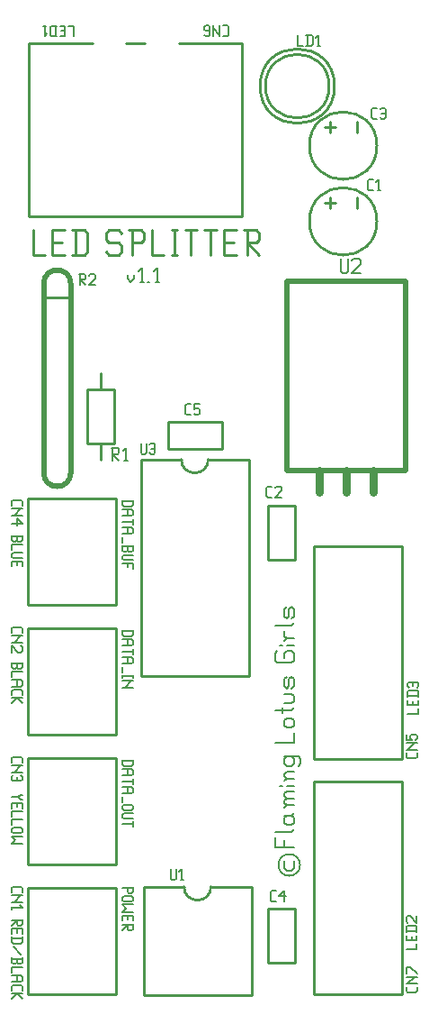
<source format=gbr>
G04 start of page 7 for group -4079 idx -4079 *
G04 Title: (unknown), topsilk *
G04 Creator: pcb 1.99x *
G04 CreationDate: Sun Mar 21 05:59:03 2010 UTC *
G04 For: davidellsworth *
G04 Format: Gerber/RS-274X *
G04 PCB-Dimensions: 155000 370000 *
G04 PCB-Coordinate-Origin: lower left *
%MOIN*%
%FSLAX24Y24*%
%LNFRONTSILK*%
%ADD12C,0.0200*%
%ADD29C,0.0300*%
%ADD49C,0.0070*%
%ADD50C,0.0080*%
%ADD51C,0.0091*%
%ADD52C,0.0100*%
G54D49*X10100Y5700D02*G75*G03X10100Y5700I400J0D01*G01*
G54D50*X2500Y36730D02*Y36346D01*
X2308Y36730D02*X2500D01*
X2048Y36538D02*X2192D01*
X2000Y36730D02*X2192D01*
Y36346D01*
X2000D02*X2192D01*
X1837Y36730D02*Y36346D01*
X1693D02*X1645Y36394D01*
Y36682D02*Y36394D01*
X1693Y36730D02*X1645Y36682D01*
X1693Y36730D02*X1885D01*
X1693Y36346D02*X1885D01*
X1386Y36730D02*X1482D01*
X1434D02*Y36346D01*
X1530Y36442D02*X1434Y36346D01*
X604Y3700D02*Y3508D01*
X556Y3460D01*
X460D02*X556D01*
X412Y3508D02*X460Y3460D01*
X412Y3652D02*Y3508D01*
X220Y3652D02*X604D01*
X412D02*X220Y3460D01*
X412Y3344D02*Y3200D01*
X220Y3344D02*Y3152D01*
Y3344D02*X604D01*
Y3152D01*
X220Y2989D02*X604D01*
Y2845D02*X556Y2797D01*
X268D02*X556D01*
X220Y2845D02*X268Y2797D01*
X220Y3037D02*Y2845D01*
X604Y3037D02*Y2845D01*
X268Y2682D02*X556Y2394D01*
X220Y2278D02*Y2086D01*
X268Y2038D01*
X364D01*
X412Y2086D02*X364Y2038D01*
X412Y2230D02*Y2086D01*
X220Y2230D02*X604D01*
Y2278D02*Y2086D01*
X556Y2038D01*
X460D02*X556D01*
X412Y2086D02*X460Y2038D01*
X220Y1923D02*X604D01*
X220D02*Y1731D01*
Y1616D02*X556D01*
X604Y1568D01*
Y1424D01*
X556Y1376D01*
X220D02*X556D01*
X412Y1616D02*Y1376D01*
X220Y1213D02*Y1069D01*
X268Y1261D02*X220Y1213D01*
X268Y1261D02*X556D01*
X604Y1213D01*
Y1069D01*
X220Y953D02*X604D01*
X412D02*X604Y761D01*
X412Y953D02*X220Y761D01*
X556Y8300D02*X604D01*
X556D02*X460Y8204D01*
X556Y8108D01*
X604D01*
X220Y8204D02*X460D01*
X412Y7992D02*Y7848D01*
X220Y7992D02*Y7800D01*
Y7992D02*X604D01*
Y7800D01*
X220Y7685D02*X604D01*
X220D02*Y7493D01*
Y7378D02*X604D01*
X220D02*Y7186D01*
X268Y7070D02*X556D01*
X604Y7022D01*
Y6926D01*
X556Y6878D01*
X268D02*X556D01*
X220Y6926D02*X268Y6878D01*
X220Y7022D02*Y6926D01*
X268Y7070D02*X220Y7022D01*
Y6763D02*X604D01*
X220D02*X364Y6619D01*
X220Y6475D01*
X604D01*
X220Y17900D02*Y17708D01*
X268Y17660D01*
X364D01*
X412Y17708D02*X364Y17660D01*
X412Y17852D02*Y17708D01*
X220Y17852D02*X604D01*
Y17900D02*Y17708D01*
X556Y17660D01*
X460D02*X556D01*
X412Y17708D02*X460Y17660D01*
X220Y17544D02*X604D01*
X220D02*Y17352D01*
X268Y17237D02*X604D01*
X268D02*X220Y17189D01*
Y17093D01*
X268Y17045D01*
X604D01*
X412Y16930D02*Y16786D01*
X220Y16930D02*Y16738D01*
Y16930D02*X604D01*
Y16738D01*
X220Y13200D02*Y13008D01*
X268Y12960D01*
X364D01*
X412Y13008D02*X364Y12960D01*
X412Y13152D02*Y13008D01*
X220Y13152D02*X604D01*
Y13200D02*Y13008D01*
X556Y12960D01*
X460D02*X556D01*
X412Y13008D02*X460Y12960D01*
X220Y12844D02*X604D01*
X220D02*Y12652D01*
Y12537D02*X556D01*
X604Y12489D01*
Y12345D01*
X556Y12297D01*
X220D02*X556D01*
X412Y12537D02*Y12297D01*
X220Y12134D02*Y11990D01*
X268Y12182D02*X220Y12134D01*
X268Y12182D02*X556D01*
X604Y12134D01*
Y11990D01*
X220Y11874D02*X604D01*
X412D02*X604Y11682D01*
X412Y11874D02*X220Y11682D01*
G54D51*X1000Y29172D02*Y28260D01*
X1456D01*
X1729Y28716D02*X2071D01*
X1729Y28260D02*X2185D01*
X1729Y29172D02*Y28260D01*
Y29172D02*X2185D01*
X2573D02*Y28260D01*
X2915Y29172D02*X3029Y29058D01*
Y28374D01*
X2915Y28260D02*X3029Y28374D01*
X2459Y28260D02*X2915D01*
X2459Y29172D02*X2915D01*
X4169D02*X4283Y29058D01*
X3827Y29172D02*X4169D01*
X3713Y29058D02*X3827Y29172D01*
X3713Y29058D02*Y28830D01*
X3827Y28716D01*
X4169D01*
X4283Y28602D01*
Y28374D01*
X4169Y28260D02*X4283Y28374D01*
X3827Y28260D02*X4169D01*
X3713Y28374D02*X3827Y28260D01*
X4671Y29172D02*Y28260D01*
X4557Y29172D02*X5013D01*
X5127Y29058D01*
Y28830D01*
X5013Y28716D02*X5127Y28830D01*
X4671Y28716D02*X5013D01*
X5401Y29172D02*Y28260D01*
X5857D01*
X6131Y29172D02*X6359D01*
X6245D02*Y28260D01*
X6131D02*X6359D01*
X6633Y29172D02*X7089D01*
X6861D02*Y28260D01*
X7363Y29172D02*X7819D01*
X7591D02*Y28260D01*
X8092Y28716D02*X8434D01*
X8092Y28260D02*X8548D01*
X8092Y29172D02*Y28260D01*
Y29172D02*X8548D01*
X8822D02*X9278D01*
X9392Y29058D01*
Y28830D01*
X9278Y28716D02*X9392Y28830D01*
X8936Y28716D02*X9278D01*
X8936Y29172D02*Y28260D01*
Y28716D02*X9392Y28260D01*
G54D50*X4500Y27513D02*Y27384D01*
X4629Y27255D01*
X4758Y27384D01*
Y27513D02*Y27384D01*
X4977Y27255D02*X5106D01*
X5041Y27771D02*Y27255D01*
X4912Y27642D02*X5041Y27771D01*
X5261Y27255D02*X5325D01*
X5545D02*X5674D01*
X5609Y27771D02*Y27255D01*
X5480Y27642D02*X5609Y27771D01*
X14846Y2600D02*X15230D01*
Y2792D02*Y2600D01*
X15038Y3051D02*Y2907D01*
X15230Y3099D02*Y2907D01*
X14846D02*X15230D01*
X14846Y3099D02*Y2907D01*
Y3262D02*X15230D01*
X14846Y3406D02*X14894Y3454D01*
X15182D01*
X15230Y3406D02*X15182Y3454D01*
X15230Y3406D02*Y3214D01*
X14846Y3406D02*Y3214D01*
X14894Y3569D02*X14846Y3617D01*
Y3761D02*Y3617D01*
Y3761D02*X14894Y3809D01*
X14990D01*
X15230Y3569D02*X14990Y3809D01*
X15230D02*Y3569D01*
X14896Y11300D02*X15280D01*
Y11492D02*Y11300D01*
X15088Y11751D02*Y11607D01*
X15280Y11799D02*Y11607D01*
X14896D02*X15280D01*
X14896Y11799D02*Y11607D01*
Y11962D02*X15280D01*
X14896Y12106D02*X14944Y12154D01*
X15232D01*
X15280Y12106D02*X15232Y12154D01*
X15280Y12106D02*Y11914D01*
X14896Y12106D02*Y11914D01*
X14944Y12269D02*X14896Y12317D01*
Y12413D02*Y12317D01*
Y12413D02*X14944Y12461D01*
X15232D01*
X15280Y12413D02*X15232Y12461D01*
X15280Y12413D02*Y12317D01*
X15232Y12269D02*X15280Y12317D01*
X15088Y12461D02*Y12317D01*
X4320Y4852D02*X4704D01*
Y4900D02*Y4708D01*
X4656Y4660D01*
X4560D02*X4656D01*
X4512Y4708D02*X4560Y4660D01*
X4512Y4852D02*Y4708D01*
X4368Y4544D02*X4656D01*
X4704Y4496D01*
Y4400D01*
X4656Y4352D01*
X4368D02*X4656D01*
X4320Y4400D02*X4368Y4352D01*
X4320Y4496D02*Y4400D01*
X4368Y4544D02*X4320Y4496D01*
Y4237D02*X4704D01*
X4320D02*X4464Y4093D01*
X4320Y3949D01*
X4704D01*
X4512Y3834D02*Y3690D01*
X4320Y3834D02*Y3642D01*
Y3834D02*X4704D01*
Y3642D01*
Y3526D02*Y3334D01*
X4656Y3286D01*
X4560D02*X4656D01*
X4512Y3334D02*X4560Y3286D01*
X4512Y3478D02*Y3334D01*
X4320Y3478D02*X4704D01*
X4512D02*X4320Y3286D01*
X10319Y5846D02*Y5586D01*
X10405Y5500D02*X10319Y5586D01*
X10405Y5500D02*X10578D01*
X10665Y5586D01*
Y5846D02*Y5586D01*
X9973Y6365D02*X10665D01*
X9973Y6711D02*Y6365D01*
X10319Y6624D02*Y6365D01*
X9973Y6918D02*X10578D01*
X10665Y7005D01*
X10319Y7438D02*X10405Y7524D01*
X10319Y7438D02*Y7265D01*
X10405Y7178D02*X10319Y7265D01*
X10405Y7178D02*X10578D01*
X10665Y7265D01*
X10319Y7524D02*X10578D01*
X10665Y7611D01*
Y7438D02*Y7265D01*
Y7438D02*X10578Y7524D01*
X10405Y7905D02*X10665D01*
X10405D02*X10319Y7991D01*
Y8078D02*Y7991D01*
Y8078D02*X10405Y8164D01*
X10665D01*
X10405D02*X10319Y8251D01*
Y8337D02*Y8251D01*
Y8337D02*X10405Y8424D01*
X10665D01*
X10319Y7818D02*X10405Y7905D01*
X10146Y8632D02*X10232D01*
X10405D02*X10665D01*
X10405Y8891D02*X10665D01*
X10405D02*X10319Y8978D01*
Y9064D02*Y8978D01*
Y9064D02*X10405Y9151D01*
X10665D01*
X10319Y8805D02*X10405Y8891D01*
X10319Y9618D02*X10405Y9705D01*
X10319Y9618D02*Y9445D01*
X10405Y9359D02*X10319Y9445D01*
X10405Y9359D02*X10578D01*
X10665Y9445D01*
Y9618D02*Y9445D01*
Y9618D02*X10578Y9705D01*
X10838Y9359D02*X10924Y9445D01*
Y9618D02*Y9445D01*
Y9618D02*X10838Y9705D01*
X10319D02*X10838D01*
X9973Y10224D02*X10665D01*
Y10570D02*Y10224D01*
X10405Y10778D02*X10578D01*
X10405D02*X10319Y10864D01*
Y11037D02*Y10864D01*
Y11037D02*X10405Y11124D01*
X10578D01*
X10665Y11037D02*X10578Y11124D01*
X10665Y11037D02*Y10864D01*
X10578Y10778D02*X10665Y10864D01*
X9973Y11418D02*X10578D01*
X10665Y11504D01*
X10232D02*Y11331D01*
X10319Y11678D02*X10578D01*
X10665Y11764D01*
Y11937D02*Y11764D01*
Y11937D02*X10578Y12024D01*
X10319D02*X10578D01*
X10665Y12577D02*Y12318D01*
Y12577D02*X10578Y12664D01*
X10492Y12577D02*X10578Y12664D01*
X10492Y12577D02*Y12318D01*
X10405Y12231D02*X10492Y12318D01*
X10405Y12231D02*X10319Y12318D01*
Y12577D02*Y12318D01*
Y12577D02*X10405Y12664D01*
X10578Y12231D02*X10665Y12318D01*
X9973Y13529D02*X10059Y13615D01*
X9973Y13529D02*Y13269D01*
X10059Y13183D02*X9973Y13269D01*
X10059Y13183D02*X10578D01*
X10665Y13269D01*
Y13529D02*Y13269D01*
Y13529D02*X10578Y13615D01*
X10405D02*X10578D01*
X10319Y13529D02*X10405Y13615D01*
X10319Y13529D02*Y13356D01*
X10146Y13823D02*X10232D01*
X10405D02*X10665D01*
X10405Y14083D02*X10665D01*
X10405D02*X10319Y14169D01*
Y14342D02*Y14169D01*
Y13996D02*X10405Y14083D01*
X9973Y14550D02*X10578D01*
X10665Y14637D01*
Y15156D02*Y14896D01*
Y15156D02*X10578Y15242D01*
X10492Y15156D02*X10578Y15242D01*
X10492Y15156D02*Y14896D01*
X10405Y14810D02*X10492Y14896D01*
X10405Y14810D02*X10319Y14896D01*
Y15156D02*Y14896D01*
Y15156D02*X10405Y15242D01*
X10578Y14810D02*X10665Y14896D01*
X4320Y4852D02*X4704D01*
Y4900D02*Y4708D01*
X4656Y4660D01*
X4560D02*X4656D01*
X4512Y4708D02*X4560Y4660D01*
X4512Y4852D02*Y4708D01*
X4368Y4544D02*X4656D01*
X4704Y4496D01*
Y4400D01*
X4656Y4352D01*
X4368D02*X4656D01*
X4320Y4400D02*X4368Y4352D01*
X4320Y4496D02*Y4400D01*
X4368Y4544D02*X4320Y4496D01*
Y4237D02*X4704D01*
X4320D02*X4464Y4093D01*
X4320Y3949D01*
X4704D01*
X4512Y3834D02*Y3690D01*
X4320Y3834D02*Y3642D01*
Y3834D02*X4704D01*
Y3642D01*
Y3526D02*Y3334D01*
X4656Y3286D01*
X4560D02*X4656D01*
X4512Y3334D02*X4560Y3286D01*
X4512Y3478D02*Y3334D01*
X4320Y3478D02*X4704D01*
X4512D02*X4320Y3286D01*
Y9552D02*X4704D01*
Y9408D02*X4656Y9360D01*
X4368D02*X4656D01*
X4320Y9408D02*X4368Y9360D01*
X4320Y9600D02*Y9408D01*
X4704Y9600D02*Y9408D01*
X4320Y9244D02*X4656D01*
X4704Y9196D01*
Y9052D01*
X4656Y9004D01*
X4320D02*X4656D01*
X4512Y9244D02*Y9004D01*
X4704Y8889D02*Y8697D01*
X4320Y8793D02*X4704D01*
X4320Y8582D02*X4656D01*
X4704Y8534D01*
Y8390D01*
X4656Y8342D01*
X4320D02*X4656D01*
X4512Y8582D02*Y8342D01*
X4320Y8226D02*Y8034D01*
X4368Y7919D02*X4656D01*
X4704Y7871D01*
Y7775D01*
X4656Y7727D01*
X4368D02*X4656D01*
X4320Y7775D02*X4368Y7727D01*
X4320Y7871D02*Y7775D01*
X4368Y7919D02*X4320Y7871D01*
X4368Y7612D02*X4704D01*
X4368D02*X4320Y7564D01*
Y7468D01*
X4368Y7420D01*
X4704D01*
Y7305D02*Y7113D01*
X4320Y7209D02*X4704D01*
X4320Y14352D02*X4704D01*
Y14208D02*X4656Y14160D01*
X4368D02*X4656D01*
X4320Y14208D02*X4368Y14160D01*
X4320Y14400D02*Y14208D01*
X4704Y14400D02*Y14208D01*
X4320Y14044D02*X4656D01*
X4704Y13996D01*
Y13852D01*
X4656Y13804D01*
X4320D02*X4656D01*
X4512Y14044D02*Y13804D01*
X4704Y13689D02*Y13497D01*
X4320Y13593D02*X4704D01*
X4320Y13382D02*X4656D01*
X4704Y13334D01*
Y13190D01*
X4656Y13142D01*
X4320D02*X4656D01*
X4512Y13382D02*Y13142D01*
X4320Y13026D02*Y12834D01*
X4704Y12719D02*Y12623D01*
X4320Y12671D02*X4704D01*
X4320Y12719D02*Y12623D01*
Y12508D02*X4704D01*
X4656D02*X4704D01*
X4656D02*X4416Y12268D01*
X4320D02*X4704D01*
X4320Y19152D02*X4704D01*
Y19008D02*X4656Y18960D01*
X4368D02*X4656D01*
X4320Y19008D02*X4368Y18960D01*
X4320Y19200D02*Y19008D01*
X4704Y19200D02*Y19008D01*
X4320Y18844D02*X4656D01*
X4704Y18796D01*
Y18652D01*
X4656Y18604D01*
X4320D02*X4656D01*
X4512Y18844D02*Y18604D01*
X4704Y18489D02*Y18297D01*
X4320Y18393D02*X4704D01*
X4320Y18182D02*X4656D01*
X4704Y18134D01*
Y17990D01*
X4656Y17942D01*
X4320D02*X4656D01*
X4512Y18182D02*Y17942D01*
X4320Y17826D02*Y17634D01*
Y17519D02*Y17327D01*
X4368Y17279D01*
X4464D01*
X4512Y17327D02*X4464Y17279D01*
X4512Y17471D02*Y17327D01*
X4320Y17471D02*X4704D01*
Y17519D02*Y17327D01*
X4656Y17279D01*
X4560D02*X4656D01*
X4512Y17327D02*X4560Y17279D01*
X4368Y17164D02*X4704D01*
X4368D02*X4320Y17116D01*
Y17020D01*
X4368Y16972D01*
X4704D01*
X4320Y16857D02*X4704D01*
Y16665D01*
X4512Y16857D02*Y16713D01*
G54D52*X807Y19252D02*Y15315D01*
Y19252D02*X4074D01*
Y15315D01*
X807D02*X4074D01*
X807Y14452D02*Y10515D01*
Y14452D02*X4074D01*
Y10515D01*
X807D02*X4074D01*
X807Y9652D02*Y5715D01*
Y9652D02*X4074D01*
Y5715D01*
X807D02*X4074D01*
X7600Y4900D02*X9100D01*
X5100D02*X6600D01*
X9100Y900D02*Y4900D01*
X5100Y900D02*X9100D01*
X5100Y4900D02*Y900D01*
X6600Y4900D02*G75*G03X7600Y4900I500J0D01*G01*
X9700Y4100D02*X10700D01*
X9700Y2100D02*X10700D01*
Y4100D02*Y2100D01*
X9700Y4100D02*Y2100D01*
X807Y4852D02*Y915D01*
Y4852D02*X4074D01*
Y915D01*
X807D02*X4074D01*
X14692Y17484D02*Y9610D01*
X11425D02*X14692D01*
X11425Y17484D02*Y9610D01*
Y17484D02*X14692D01*
Y8784D02*Y910D01*
X11425D02*X14692D01*
X11425Y8784D02*Y910D01*
Y8784D02*X14692D01*
X7500Y20700D02*X9000D01*
X5000D02*X6500D01*
X9000Y12700D02*Y20700D01*
X5000Y12700D02*X9000D01*
X5000Y20700D02*Y12700D01*
X6500Y20700D02*G75*G03X7500Y20700I500J0D01*G01*
X11800Y30200D02*X12200D01*
X12000Y30400D02*Y30000D01*
X13000Y30400D02*Y30000D01*
X11250Y29500D02*G75*G03X11250Y29500I1250J0D01*G01*
X9700Y17000D02*X10700D01*
X9700Y19000D02*X10700D01*
X9700D02*Y17000D01*
X10700Y19000D02*Y17000D01*
G54D12*X10400Y27300D02*X14800D01*
X10400D02*Y20300D01*
X14800Y27300D02*Y20300D01*
X10400D02*X14800D01*
G54D29*X13600D02*Y19500D01*
X12600Y20300D02*Y19500D01*
X11600Y20300D02*Y19500D01*
G54D52*X863Y36100D02*X3200D01*
X6400D02*X8737D01*
X4450D02*X5150D01*
X863Y29700D02*X8737D01*
X863Y36100D02*Y29700D01*
X8737Y36100D02*Y29700D01*
X3500Y23900D02*Y23300D01*
Y21300D02*Y20700D01*
X3000Y21300D02*X4000D01*
Y23300D02*Y21300D01*
X3000Y23300D02*X4000D01*
X3000D02*Y21300D01*
G54D12*X1400Y27200D02*Y20200D01*
X2400Y27200D02*Y20200D01*
G54D52*X1400Y26700D02*X2400D01*
G54D12*Y27200D02*G75*G03X1400Y27200I-500J0D01*G01*
Y20200D02*G75*G03X2400Y20200I500J0D01*G01*
G54D52*X11800Y33000D02*X12200D01*
X12000Y33200D02*Y32800D01*
X13000Y33200D02*Y32800D01*
X11250Y32300D02*G75*G03X11250Y32300I1250J0D01*G01*
X8000Y22100D02*Y21100D01*
X6000Y22100D02*Y21100D01*
X8000D01*
X6000Y22100D02*X8000D01*
X9420Y34500D02*G75*G03X9420Y34500I1380J0D01*G01*
X9620D02*G75*G03X9620Y34500I1180J0D01*G01*
G54D50*X200Y19150D02*Y19000D01*
X250Y19200D02*X200Y19150D01*
X250Y19200D02*X550D01*
X600Y19150D01*
Y19000D01*
X200Y18879D02*X600D01*
X550D02*X600D01*
X550D02*X300Y18629D01*
X200D02*X600D01*
X400Y18509D02*X600Y18309D01*
X400Y18509D02*Y18259D01*
X200Y18309D02*X600D01*
X200Y9650D02*Y9500D01*
X250Y9700D02*X200Y9650D01*
X250Y9700D02*X550D01*
X600Y9650D01*
Y9500D01*
X200Y9379D02*X600D01*
X550D02*X600D01*
X550D02*X300Y9129D01*
X200D02*X600D01*
X550Y9009D02*X600Y8959D01*
Y8859D01*
X550Y8809D01*
X250D02*X550D01*
X200Y8859D02*X250Y8809D01*
X200Y8959D02*Y8859D01*
X250Y9009D02*X200Y8959D01*
X400D02*Y8809D01*
X15244Y9844D02*Y9694D01*
X15194Y9644D02*X15244Y9694D01*
X14894Y9644D02*X15194D01*
X14894D02*X14844Y9694D01*
Y9844D02*Y9694D01*
Y9964D02*X15244D01*
X14844D02*X14894D01*
X15144Y10214D01*
X14844D02*X15244D01*
X14844Y10534D02*Y10334D01*
X15044D01*
X14994Y10384D01*
Y10484D02*Y10384D01*
Y10484D02*X15044Y10534D01*
X15194D01*
X15244Y10484D02*X15194Y10534D01*
X15244Y10484D02*Y10384D01*
X15194Y10334D02*X15244Y10384D01*
X6100Y5550D02*Y5200D01*
X6150Y5150D01*
X6250D01*
X6300Y5200D01*
Y5550D02*Y5200D01*
X6470Y5150D02*X6570D01*
X6520Y5550D02*Y5150D01*
X6420Y5450D02*X6520Y5550D01*
X9700Y19300D02*X9850D01*
X9650Y19350D02*X9700Y19300D01*
X9650Y19650D02*Y19350D01*
Y19650D02*X9700Y19700D01*
X9850D01*
X9970Y19650D02*X10020Y19700D01*
X10170D01*
X10220Y19650D01*
Y19550D01*
X9970Y19300D02*X10220Y19550D01*
X9970Y19300D02*X10220D01*
X200Y14450D02*Y14300D01*
X250Y14500D02*X200Y14450D01*
X250Y14500D02*X550D01*
X600Y14450D01*
Y14300D01*
X200Y14179D02*X600D01*
X550D02*X600D01*
X550D02*X300Y13929D01*
X200D02*X600D01*
X550Y13809D02*X600Y13759D01*
Y13609D01*
X550Y13559D01*
X450D02*X550D01*
X200Y13809D02*X450Y13559D01*
X200Y13809D02*Y13559D01*
X13450Y30650D02*X13600D01*
X13400Y30700D02*X13450Y30650D01*
X13400Y31000D02*Y30700D01*
Y31000D02*X13450Y31050D01*
X13600D01*
X13770Y30650D02*X13870D01*
X13820Y31050D02*Y30650D01*
X13720Y30950D02*X13820Y31050D01*
X13600Y33300D02*X13750D01*
X13550Y33350D02*X13600Y33300D01*
X13550Y33650D02*Y33350D01*
Y33650D02*X13600Y33700D01*
X13750D01*
X13870Y33650D02*X13920Y33700D01*
X14020D01*
X14070Y33650D01*
Y33350D01*
X14020Y33300D02*X14070Y33350D01*
X13920Y33300D02*X14020D01*
X13870Y33350D02*X13920Y33300D01*
Y33500D02*X14070D01*
X12400Y28117D02*Y27651D01*
X12466Y27585D01*
X12599D01*
X12666Y27651D01*
Y28117D02*Y27651D01*
X12825Y28050D02*X12892Y28117D01*
X13091D01*
X13158Y28050D01*
Y27917D01*
X12825Y27585D02*X13158Y27917D01*
X12825Y27585D02*X13158D01*
X9850Y4350D02*X10000D01*
X9800Y4400D02*X9850Y4350D01*
X9800Y4700D02*Y4400D01*
Y4700D02*X9850Y4750D01*
X10000D01*
X10120Y4550D02*X10320Y4750D01*
X10120Y4550D02*X10370D01*
X10320Y4750D02*Y4350D01*
X200Y4850D02*Y4700D01*
X250Y4900D02*X200Y4850D01*
X250Y4900D02*X550D01*
X600Y4850D01*
Y4700D01*
X200Y4579D02*X600D01*
X550D02*X600D01*
X550D02*X300Y4329D01*
X200D02*X600D01*
X200Y4159D02*Y4059D01*
Y4109D02*X600D01*
X500Y4209D02*X600Y4109D01*
X8050Y36750D02*X8200D01*
X8250Y36700D02*X8200Y36750D01*
X8250Y36700D02*Y36400D01*
X8200Y36350D01*
X8050D02*X8200D01*
X7929Y36750D02*Y36350D01*
Y36400D02*Y36350D01*
Y36400D02*X7679Y36650D01*
Y36750D02*Y36350D01*
X7409D02*X7359Y36400D01*
X7409Y36350D02*X7509D01*
X7559Y36400D02*X7509Y36350D01*
X7559Y36700D02*Y36400D01*
Y36700D02*X7509Y36750D01*
X7409Y36550D02*X7359Y36600D01*
X7409Y36550D02*X7559D01*
X7409Y36750D02*X7509D01*
X7409D02*X7359Y36700D01*
Y36600D01*
X10800Y36400D02*Y36000D01*
X11000D01*
X11170Y36400D02*Y36000D01*
X11320Y36400D02*X11370Y36350D01*
Y36050D01*
X11320Y36000D02*X11370Y36050D01*
X11120Y36000D02*X11320D01*
X11120Y36400D02*X11320D01*
X11540Y36000D02*X11640D01*
X11590Y36400D02*Y36000D01*
X11490Y36300D02*X11590Y36400D01*
X3900Y21133D02*X4134D01*
X4192Y21074D01*
Y20957D01*
X4134Y20899D02*X4192Y20957D01*
X3958Y20899D02*X4134D01*
X3958Y21133D02*Y20665D01*
Y20899D02*X4192Y20665D01*
X4391D02*X4508D01*
X4450Y21133D02*Y20665D01*
X4333Y21016D02*X4450Y21133D01*
X2700Y27550D02*X2900D01*
X2950Y27500D01*
Y27400D01*
X2900Y27350D02*X2950Y27400D01*
X2750Y27350D02*X2900D01*
X2750Y27550D02*Y27150D01*
Y27350D02*X2950Y27150D01*
X3070Y27500D02*X3120Y27550D01*
X3270D01*
X3320Y27500D01*
Y27400D01*
X3070Y27150D02*X3320Y27400D01*
X3070Y27150D02*X3320D01*
X5000Y21300D02*Y20950D01*
X5050Y20900D01*
X5150D01*
X5200Y20950D01*
Y21300D02*Y20950D01*
X5320Y21250D02*X5370Y21300D01*
X5470D01*
X5520Y21250D01*
Y20950D01*
X5470Y20900D02*X5520Y20950D01*
X5370Y20900D02*X5470D01*
X5320Y20950D02*X5370Y20900D01*
Y21100D02*X5520D01*
X6700Y22350D02*X6850D01*
X6650Y22400D02*X6700Y22350D01*
X6650Y22700D02*Y22400D01*
Y22700D02*X6700Y22750D01*
X6850D01*
X6970D02*X7170D01*
X6970D02*Y22550D01*
X7020Y22600D01*
X7120D01*
X7170Y22550D01*
Y22400D01*
X7120Y22350D02*X7170Y22400D01*
X7020Y22350D02*X7120D01*
X6970Y22400D02*X7020Y22350D01*
X15244Y1194D02*Y1044D01*
X15194Y994D02*X15244Y1044D01*
X14894Y994D02*X15194D01*
X14894D02*X14844Y1044D01*
Y1194D02*Y1044D01*
Y1314D02*X15244D01*
X14844D02*X14894D01*
X15144Y1564D01*
X14844D02*X15244D01*
Y1684D02*X14994Y1934D01*
X14844D02*X14994D01*
X14844D02*Y1684D01*
M02*

</source>
